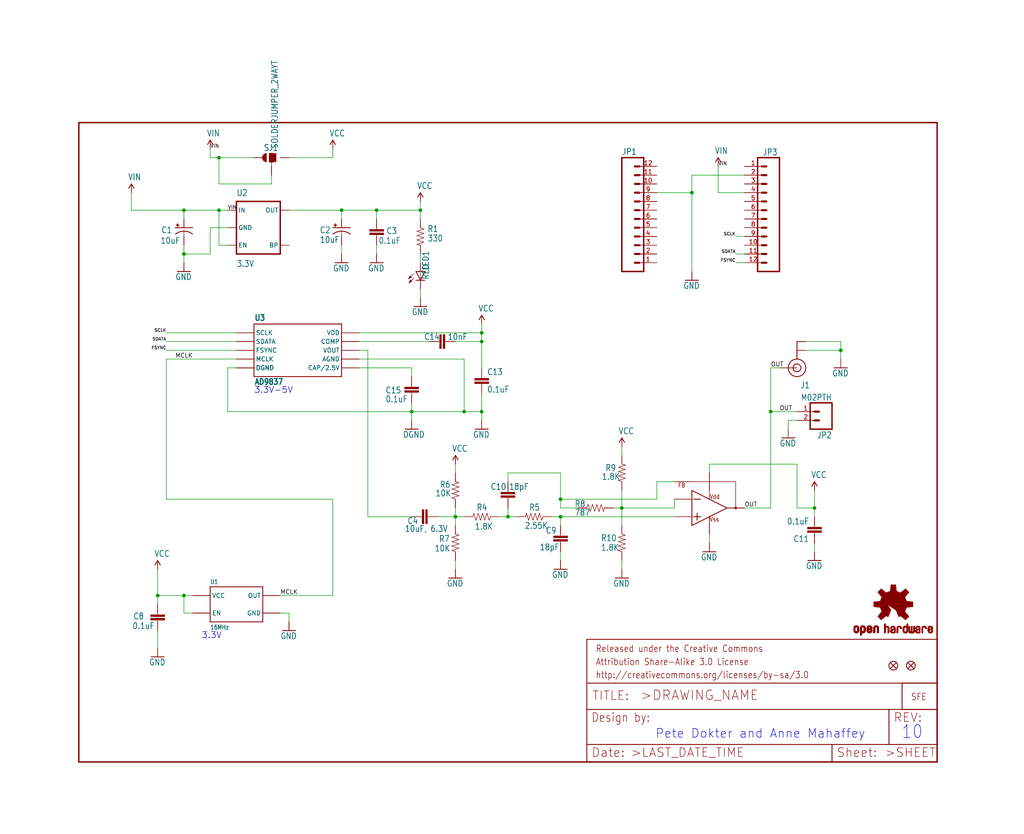
<source format=kicad_sch>
(kicad_sch (version 20211123) (generator eeschema)
  (paper "User" 297.002 241.833)
  (lib_symbols
    (symbol "eagleSchem-eagle-import:0.1UF-25V(+80{slash}-20%)(0603)"
      (property "Reference" "C" (at 1.524 2.921 0))
      (property "Value" "0.1UF-25V(+80{slash}-20%)(0603)" (at 1.524 -2.159 0))
      (symbol "0.1UF-25V(+80{slash}-20%)(0603)_1_0"
        (pin passive line (at 0 5.08 270) (length 2.54) (name "1") (number "1"))
        (pin passive line (at 0 -2.54 90) (length 2.54) (name "2") (number "2"))
      )
    )
    (symbol "eagleSchem-eagle-import:1.8KOHM1{slash}10W1%(0603)"
      (property "Reference" "R" (at -3.81 1.4986 0))
      (property "Value" "1.8KOHM1{slash}10W1%(0603)" (at -3.81 -3.302 0))
      (symbol "1.8KOHM1{slash}10W1%(0603)_1_0"
        (pin passive line (at -5.08 0 0) (length 2.54) (name "1") (number "1"))
        (pin passive line (at 5.08 0 180) (length 2.54) (name "2") (number "2"))
      )
    )
    (symbol "eagleSchem-eagle-import:10KOHM1{slash}10W1%(0603)0603"
      (property "Reference" "R" (at -3.81 1.4986 0))
      (property "Value" "10KOHM1{slash}10W1%(0603)0603" (at -3.81 -3.302 0))
      (symbol "10KOHM1{slash}10W1%(0603)0603_1_0"
        (pin passive line (at -5.08 0 0) (length 2.54) (name "1") (number "1"))
        (pin passive line (at 5.08 0 180) (length 2.54) (name "2") (number "2"))
      )
    )
    (symbol "eagleSchem-eagle-import:10NF{slash}10000PF-50V-10%(0603)"
      (property "Reference" "C" (at 1.524 2.921 0))
      (property "Value" "10NF{slash}10000PF-50V-10%(0603)" (at 1.524 -2.159 0))
      (symbol "10NF{slash}10000PF-50V-10%(0603)_1_0"
        (pin passive line (at 0 5.08 270) (length 2.54) (name "1") (number "1"))
        (pin passive line (at 0 -2.54 90) (length 2.54) (name "2") (number "2"))
      )
    )
    (symbol "eagleSchem-eagle-import:10UF-20V-10%(TANT)"
      (property "Reference" "C" (at 1.016 0.635 0))
      (property "Value" "10UF-20V-10%(TANT)" (at 1.016 -4.191 0))
      (symbol "10UF-20V-10%(TANT)_1_0"
        (pin passive line (at 0 2.54 270) (length 2.54) (name "+") (number "A"))
        (pin passive line (at 0 -5.08 90) (length 2.54) (name "-") (number "C"))
      )
    )
    (symbol "eagleSchem-eagle-import:10UF-6.3V-20%(0603)"
      (property "Reference" "C" (at 1.524 2.921 0))
      (property "Value" "10UF-6.3V-20%(0603)" (at 1.524 -2.159 0))
      (symbol "10UF-6.3V-20%(0603)_1_0"
        (pin passive line (at 0 5.08 270) (length 2.54) (name "1") (number "1"))
        (pin passive line (at 0 -2.54 90) (length 2.54) (name "2") (number "2"))
      )
    )
    (symbol "eagleSchem-eagle-import:18PF-50V-5%(0603)"
      (property "Reference" "C" (at 1.524 2.921 0))
      (property "Value" "18PF-50V-5%(0603)" (at 1.524 -2.159 0))
      (symbol "18PF-50V-5%(0603)_1_0"
        (pin passive line (at 0 5.08 270) (length 2.54) (name "1") (number "1"))
        (pin passive line (at 0 -2.54 90) (length 2.54) (name "2") (number "2"))
      )
    )
    (symbol "eagleSchem-eagle-import:2.55KOHM-1{slash}10W-1%(0603)"
      (property "Reference" "R" (at -3.81 1.4986 0))
      (property "Value" "2.55KOHM-1{slash}10W-1%(0603)" (at -3.81 -3.302 0))
      (symbol "2.55KOHM-1{slash}10W-1%(0603)_1_0"
        (pin passive line (at -5.08 0 0) (length 2.54) (name "1") (number "1"))
        (pin passive line (at 5.08 0 180) (length 2.54) (name "2") (number "2"))
      )
    )
    (symbol "eagleSchem-eagle-import:330OHM1{slash}10W1%(0603)"
      (property "Reference" "R" (at -3.81 1.4986 0))
      (property "Value" "330OHM1{slash}10W1%(0603)" (at -3.81 -3.302 0))
      (symbol "330OHM1{slash}10W1%(0603)_1_0"
        (pin passive line (at -5.08 0 0) (length 2.54) (name "1") (number "1"))
        (pin passive line (at 5.08 0 180) (length 2.54) (name "2") (number "2"))
      )
    )
    (symbol "eagleSchem-eagle-import:787-1%"
      (property "Reference" "R" (at -3.81 1.4986 0))
      (property "Value" "787-1%" (at -3.81 -3.302 0))
      (symbol "787-1%_1_0"
        (pin passive line (at -5.08 0 0) (length 2.54) (name "1") (number "1"))
        (pin passive line (at 5.08 0 180) (length 2.54) (name "2") (number "2"))
      )
    )
    (symbol "eagleSchem-eagle-import:AD9837"
      (property "Value" "AD9837" (at -12.7 -10.16 0))
      (symbol "AD9837_1_0"
        (pin bidirectional line (at -17.78 -5.08 0) (length 5.08) (name "DGND") (number "P$0"))
        (pin bidirectional line (at 17.78 2.54 180) (length 5.08) (name "COMP") (number "P$1"))
        (pin bidirectional line (at 17.78 0 180) (length 5.08) (name "VOUT") (number "P$10"))
        (pin bidirectional line (at 17.78 5.08 180) (length 5.08) (name "VDD") (number "P$2"))
        (pin bidirectional line (at 17.78 -5.08 180) (length 5.08) (name "CAP/2.5V") (number "P$3"))
        (pin bidirectional line (at -17.78 -5.08 0) (length 5.08) (name "DGND") (number "P$4"))
        (pin bidirectional line (at -17.78 -2.54 0) (length 5.08) (name "MCLK") (number "P$5"))
        (pin bidirectional line (at -17.78 2.54 0) (length 5.08) (name "SDATA") (number "P$6"))
        (pin bidirectional line (at -17.78 5.08 0) (length 5.08) (name "SCLK") (number "P$7"))
        (pin bidirectional line (at -17.78 0 0) (length 5.08) (name "FSYNC") (number "P$8"))
        (pin bidirectional line (at 17.78 -2.54 180) (length 5.08) (name "AGND") (number "P$9"))
      )
    )
    (symbol "eagleSchem-eagle-import:ADC8045"
      (symbol "ADC8045_1_0"
        (text "FB" (at -9.144 6.604 0) (effects (font (size 1.27 1.0795)) (justify left)))
        (text "Vdd" (at 0 2.54 0) (effects (font (size 1.27 1.0795)) (justify left bottom)))
        (text "Vss" (at 0 -2.54 0) (effects (font (size 1.27 1.0795)) (justify left top)))
        (pin bidirectional line (at -10.16 7.62 0) (length 5.08) (name "FB") (number "1"))
        (pin bidirectional line (at -10.16 2.54 0) (length 5.08) (name "IN-") (number "2"))
        (pin bidirectional line (at -10.16 -2.54 0) (length 5.08) (name "IN+") (number "3"))
        (pin bidirectional line (at 0 -7.62 90) (length 5.08) (name "VSS") (number "4"))
        (pin bidirectional line (at 10.16 0 180) (length 5.08) (name "OUT") (number "6"))
        (pin bidirectional line (at 0 10.16 270) (length 5.08) (name "VDD") (number "7"))
      )
    )
    (symbol "eagleSchem-eagle-import:DGND" (power)
      (property "Value" "DGND" (at -2.54 -2.54 0))
      (symbol "DGND_1_0"
        (pin power_in line (at 0 2.54 270) (length 2.54) (name "GND") (number "1"))
      )
    )
    (symbol "eagleSchem-eagle-import:FIDUCIAL1X2")
    (symbol "eagleSchem-eagle-import:FRAME-LETTER"
      (symbol "FRAME-LETTER_2_0"
        (text ">DRAWING_NAME" (at 15.494 17.78 0) (effects (font (size 2.7432 2.7432)) (justify left bottom)))
        (text ">LAST_DATE_TIME" (at 12.7 1.27 0) (effects (font (size 2.54 2.54)) (justify left bottom)))
        (text ">SHEET" (at 86.36 1.27 0) (effects (font (size 2.54 2.54)) (justify left bottom)))
        (text "Attribution Share-Alike 3.0 License" (at 2.54 27.94 0) (effects (font (size 1.9304 1.6408)) (justify left bottom)))
        (text "Date:" (at 1.27 1.27 0) (effects (font (size 2.54 2.54)) (justify left bottom)))
        (text "Design by:" (at 1.27 11.43 0) (effects (font (size 2.54 2.159)) (justify left bottom)))
        (text "http://creativecommons.org/licenses/by-sa/3.0" (at 2.54 24.13 0) (effects (font (size 1.9304 1.6408)) (justify left bottom)))
        (text "Released under the Creative Commons" (at 2.54 31.75 0) (effects (font (size 1.9304 1.6408)) (justify left bottom)))
        (text "REV:" (at 88.9 11.43 0) (effects (font (size 2.54 2.54)) (justify left bottom)))
        (text "Sheet:" (at 72.39 1.27 0) (effects (font (size 2.54 2.54)) (justify left bottom)))
        (text "TITLE:" (at 1.524 17.78 0) (effects (font (size 2.54 2.54)) (justify left bottom)))
      )
    )
    (symbol "eagleSchem-eagle-import:GND" (power)
      (property "Value" "GND" (at -2.54 -2.54 0))
      (symbol "GND_1_0"
        (pin power_in line (at 0 2.54 270) (length 2.54) (name "GND") (number "1"))
      )
    )
    (symbol "eagleSchem-eagle-import:LED-RED0603"
      (property "Reference" "D" (at 3.556 -4.572 90))
      (property "Value" "LED-RED0603" (at 5.715 -4.572 90))
      (symbol "LED-RED0603_1_0"
        (pin passive line (at 0 2.54 270) (length 2.54) (name "A") (number "A"))
        (pin passive line (at 0 -5.08 90) (length 2.54) (name "C") (number "C"))
      )
    )
    (symbol "eagleSchem-eagle-import:LOGO-SFENEW"
      (symbol "LOGO-SFENEW_1_0"
        (text "SFE" (at 0 0 0) (effects (font (size 1.9304 1.6408)) (justify left bottom)))
      )
    )
    (symbol "eagleSchem-eagle-import:M02PTH"
      (property "Reference" "JP" (at -2.54 5.842 0))
      (property "Value" "M02PTH" (at -2.54 -5.08 0))
      (symbol "M02PTH_1_0"
        (pin passive line (at 7.62 0 180) (length 5.08) (name "1") (number "1"))
        (pin passive line (at 7.62 2.54 180) (length 5.08) (name "2") (number "2"))
      )
    )
    (symbol "eagleSchem-eagle-import:M12PTH"
      (property "Reference" "JP" (at 0 16.002 0))
      (property "Value" "M12PTH" (at 0 -20.32 0))
      (symbol "M12PTH_1_0"
        (pin passive line (at 10.16 -15.24 180) (length 5.08) (name "1") (number "1"))
        (pin passive line (at 10.16 7.62 180) (length 5.08) (name "10") (number "10"))
        (pin passive line (at 10.16 10.16 180) (length 5.08) (name "11") (number "11"))
        (pin passive line (at 10.16 12.7 180) (length 5.08) (name "12") (number "12"))
        (pin passive line (at 10.16 -12.7 180) (length 5.08) (name "2") (number "2"))
        (pin passive line (at 10.16 -10.16 180) (length 5.08) (name "3") (number "3"))
        (pin passive line (at 10.16 -7.62 180) (length 5.08) (name "4") (number "4"))
        (pin passive line (at 10.16 -5.08 180) (length 5.08) (name "5") (number "5"))
        (pin passive line (at 10.16 -2.54 180) (length 5.08) (name "6") (number "6"))
        (pin passive line (at 10.16 0 180) (length 5.08) (name "7") (number "7"))
        (pin passive line (at 10.16 2.54 180) (length 5.08) (name "8") (number "8"))
        (pin passive line (at 10.16 5.08 180) (length 5.08) (name "9") (number "9"))
      )
    )
    (symbol "eagleSchem-eagle-import:MIC52053.3V"
      (property "Reference" "U" (at -7.62 9.144 0))
      (property "Value" "MIC52053.3V" (at -7.62 -11.43 0))
      (symbol "MIC52053.3V_1_0"
        (pin input line (at -10.16 5.08 0) (length 2.54) (name "IN") (number "1"))
        (pin input line (at -10.16 0 0) (length 2.54) (name "GND") (number "2"))
        (pin input line (at -10.16 -5.08 0) (length 2.54) (name "EN") (number "3"))
        (pin input line (at 7.62 -5.08 180) (length 2.54) (name "BP") (number "4"))
        (pin passive line (at 7.62 5.08 180) (length 2.54) (name "OUT") (number "5"))
      )
    )
    (symbol "eagleSchem-eagle-import:OSCILLATORXTAL-11225"
      (property "Reference" "U" (at -7.62 5.842 0))
      (property "Value" "OSCILLATORXTAL-11225" (at -7.62 -7.366 0))
      (symbol "OSCILLATORXTAL-11225_1_0"
        (pin bidirectional line (at -12.7 -2.54 0) (length 5.08) (name "EN") (number "P$1"))
        (pin bidirectional line (at 12.7 -2.54 180) (length 5.08) (name "GND") (number "P$2"))
        (pin bidirectional line (at 12.7 2.54 180) (length 5.08) (name "OUT") (number "P$3"))
        (pin bidirectional line (at -12.7 2.54 0) (length 5.08) (name "VCC") (number "P$4"))
      )
    )
    (symbol "eagleSchem-eagle-import:OSHW-LOGOS")
    (symbol "eagleSchem-eagle-import:SOLDERJUMPER_2WAYT"
      (property "Reference" "SJ" (at 2.54 0.381 0))
      (property "Value" "SOLDERJUMPER_2WAYT" (at 2.54 -1.905 0))
      (symbol "SOLDERJUMPER_2WAYT_1_0"
        (pin passive line (at 0 5.08 270) (length 2.54) (name "1") (number "1"))
        (pin passive line (at -5.08 0 0) (length 2.54) (name "2") (number "2"))
        (pin passive line (at 0 -5.08 90) (length 2.54) (name "3") (number "3"))
      )
    )
    (symbol "eagleSchem-eagle-import:U.FL"
      (property "Reference" "J" (at -3.81 4.064 0))
      (symbol "U.FL_1_0"
        (pin bidirectional line (at -2.54 -5.08 0) (length 2.54) (name "GND@0") (number "P$1"))
        (pin bidirectional line (at -2.54 -7.62 0) (length 2.54) (name "GND@1") (number "P$2"))
        (pin bidirectional line (at 5.08 0 180) (length 5.08) (name "SIGNAL") (number "P$3"))
      )
    )
    (symbol "eagleSchem-eagle-import:VCC" (power)
      (property "Value" "VCC" (at -1.016 3.556 0))
      (symbol "VCC_1_0"
        (pin power_in line (at 0 0 90) (length 2.54) (name "VCC") (number "1"))
      )
    )
  )
  (junction (at 132.08 149.86))
  (junction (at 139.7 96.52))
  (junction (at 243.84 101.6))
  (junction (at 134.62 119.38))
  (junction (at 63.5 45.72))
  (junction (at 53.34 60.96))
  (junction (at 139.7 99.06))
  (junction (at 180.34 147.32))
  (junction (at 162.56 144.78))
  (junction (at 119.38 119.38))
  (junction (at 63.5 60.96))
  (junction (at 139.7 119.38))
  (junction (at 162.56 149.86))
  (junction (at 200.66 55.88))
  (junction (at 147.32 149.86))
  (junction (at 53.34 73.66))
  (junction (at 99.06 60.96))
  (junction (at 223.52 119.38))
  (junction (at 121.92 60.96))
  (junction (at 45.72 172.72))
  (junction (at 109.22 60.96))
  (junction (at 53.34 172.72))
  (junction (at 236.22 147.32))
  (wire (pts (xy 109.22 60.96) (xy 121.92 60.96)))
  (wire (pts (xy 215.9 50.8) (xy 200.66 50.8)))
  (wire (pts (xy 99.06 60.96) (xy 109.22 60.96)))
  (wire (pts (xy 208.28 55.88) (xy 215.9 55.88)))
  (wire (pts (xy 162.56 144.78) (xy 190.5 144.78)))
  (wire (pts (xy 63.5 60.96) (xy 53.34 60.96)))
  (wire (pts (xy 147.32 137.16) (xy 162.56 137.16)))
  (wire (pts (xy 147.32 139.7) (xy 147.32 137.16)))
  (wire (pts (xy 180.34 147.32) (xy 195.58 147.32)))
  (wire (pts (xy 139.7 99.06) (xy 139.7 96.52)))
  (wire (pts (xy 53.34 73.66) (xy 53.34 76.2)))
  (wire (pts (xy 180.34 165.1) (xy 180.34 162.56)))
  (wire (pts (xy 99.06 71.12) (xy 99.06 73.66)))
  (wire (pts (xy 177.8 147.32) (xy 180.34 147.32)))
  (wire (pts (xy 45.72 182.88) (xy 45.72 187.96)))
  (wire (pts (xy 83.82 180.34) (xy 83.82 177.8)))
  (wire (pts (xy 66.04 119.38) (xy 119.38 119.38)))
  (wire (pts (xy 243.84 99.06) (xy 243.84 101.6)))
  (wire (pts (xy 162.56 137.16) (xy 162.56 144.78)))
  (wire (pts (xy 53.34 177.8) (xy 55.88 177.8)))
  (wire (pts (xy 55.88 172.72) (xy 53.34 172.72)))
  (wire (pts (xy 132.08 134.62) (xy 132.08 137.16)))
  (wire (pts (xy 48.26 144.78) (xy 48.26 104.14)))
  (wire (pts (xy 63.5 53.34) (xy 63.5 45.72)))
  (wire (pts (xy 78.74 50.8) (xy 78.74 53.34)))
  (wire (pts (xy 162.56 152.4) (xy 162.56 149.86)))
  (wire (pts (xy 66.04 106.68) (xy 66.04 119.38)))
  (wire (pts (xy 53.34 60.96) (xy 38.1 60.96)))
  (wire (pts (xy 162.56 149.86) (xy 195.58 149.86)))
  (wire (pts (xy 132.08 99.06) (xy 139.7 99.06)))
  (wire (pts (xy 215.9 147.32) (xy 223.52 147.32)))
  (wire (pts (xy 231.14 119.38) (xy 223.52 119.38)))
  (wire (pts (xy 208.28 48.26) (xy 208.28 55.88)))
  (wire (pts (xy 121.92 58.42) (xy 121.92 60.96)))
  (wire (pts (xy 106.68 149.86) (xy 119.38 149.86)))
  (wire (pts (xy 96.52 172.72) (xy 96.52 144.78)))
  (wire (pts (xy 104.14 96.52) (xy 139.7 96.52)))
  (wire (pts (xy 132.08 147.32) (xy 132.08 149.86)))
  (wire (pts (xy 195.58 147.32) (xy 195.58 144.78)))
  (wire (pts (xy 215.9 73.66) (xy 213.36 73.66)))
  (wire (pts (xy 205.74 157.48) (xy 205.74 154.94)))
  (wire (pts (xy 190.5 144.78) (xy 190.5 139.7)))
  (wire (pts (xy 124.46 99.06) (xy 104.14 99.06)))
  (wire (pts (xy 236.22 157.48) (xy 236.22 160.02)))
  (wire (pts (xy 139.7 114.3) (xy 139.7 119.38)))
  (wire (pts (xy 121.92 83.82) (xy 121.92 86.36)))
  (wire (pts (xy 53.34 172.72) (xy 45.72 172.72)))
  (wire (pts (xy 83.82 45.72) (xy 96.52 45.72)))
  (wire (pts (xy 48.26 101.6) (xy 68.58 101.6)))
  (wire (pts (xy 167.64 147.32) (xy 162.56 147.32)))
  (wire (pts (xy 132.08 149.86) (xy 132.08 152.4)))
  (wire (pts (xy 147.32 147.32) (xy 147.32 149.86)))
  (wire (pts (xy 81.28 172.72) (xy 96.52 172.72)))
  (wire (pts (xy 162.56 147.32) (xy 162.56 144.78)))
  (wire (pts (xy 106.68 101.6) (xy 106.68 149.86)))
  (wire (pts (xy 63.5 71.12) (xy 63.5 60.96)))
  (wire (pts (xy 45.72 172.72) (xy 45.72 165.1)))
  (wire (pts (xy 144.78 149.86) (xy 147.32 149.86)))
  (wire (pts (xy 60.96 73.66) (xy 53.34 73.66)))
  (wire (pts (xy 231.14 147.32) (xy 236.22 147.32)))
  (wire (pts (xy 215.9 68.58) (xy 213.36 68.58)))
  (wire (pts (xy 215.9 76.2) (xy 213.36 76.2)))
  (wire (pts (xy 53.34 63.5) (xy 53.34 60.96)))
  (wire (pts (xy 228.6 124.46) (xy 228.6 121.92)))
  (wire (pts (xy 236.22 142.24) (xy 236.22 147.32)))
  (wire (pts (xy 180.34 142.24) (xy 180.34 147.32)))
  (wire (pts (xy 180.34 129.54) (xy 180.34 132.08)))
  (wire (pts (xy 66.04 66.04) (xy 60.96 66.04)))
  (wire (pts (xy 134.62 119.38) (xy 139.7 119.38)))
  (wire (pts (xy 60.96 66.04) (xy 60.96 73.66)))
  (wire (pts (xy 60.96 43.18) (xy 60.96 45.72)))
  (wire (pts (xy 233.68 101.6) (xy 243.84 101.6)))
  (wire (pts (xy 236.22 147.32) (xy 236.22 149.86)))
  (wire (pts (xy 119.38 119.38) (xy 119.38 121.92)))
  (wire (pts (xy 104.14 106.68) (xy 119.38 106.68)))
  (wire (pts (xy 109.22 63.5) (xy 109.22 60.96)))
  (wire (pts (xy 48.26 99.06) (xy 68.58 99.06)))
  (wire (pts (xy 119.38 116.84) (xy 119.38 119.38)))
  (wire (pts (xy 205.74 134.62) (xy 231.14 134.62)))
  (wire (pts (xy 96.52 45.72) (xy 96.52 43.18)))
  (wire (pts (xy 66.04 71.12) (xy 63.5 71.12)))
  (wire (pts (xy 78.74 53.34) (xy 63.5 53.34)))
  (wire (pts (xy 139.7 106.68) (xy 139.7 99.06)))
  (wire (pts (xy 127 149.86) (xy 132.08 149.86)))
  (wire (pts (xy 162.56 160.02) (xy 162.56 162.56)))
  (wire (pts (xy 190.5 139.7) (xy 195.58 139.7)))
  (wire (pts (xy 73.66 45.72) (xy 63.5 45.72)))
  (wire (pts (xy 223.52 119.38) (xy 223.52 106.68)))
  (wire (pts (xy 205.74 137.16) (xy 205.74 134.62)))
  (wire (pts (xy 139.7 119.38) (xy 139.7 121.92)))
  (wire (pts (xy 63.5 45.72) (xy 60.96 45.72)))
  (wire (pts (xy 134.62 104.14) (xy 134.62 119.38)))
  (wire (pts (xy 53.34 71.12) (xy 53.34 73.66)))
  (wire (pts (xy 68.58 106.68) (xy 66.04 106.68)))
  (wire (pts (xy 226.06 106.68) (xy 223.52 106.68)))
  (wire (pts (xy 228.6 121.92) (xy 231.14 121.92)))
  (wire (pts (xy 139.7 96.52) (xy 139.7 93.98)))
  (wire (pts (xy 132.08 162.56) (xy 132.08 165.1)))
  (wire (pts (xy 104.14 104.14) (xy 134.62 104.14)))
  (wire (pts (xy 68.58 104.14) (xy 48.26 104.14)))
  (wire (pts (xy 66.04 60.96) (xy 63.5 60.96)))
  (wire (pts (xy 38.1 55.88) (xy 38.1 60.96)))
  (wire (pts (xy 96.52 144.78) (xy 48.26 144.78)))
  (wire (pts (xy 190.5 55.88) (xy 200.66 55.88)))
  (wire (pts (xy 147.32 149.86) (xy 149.86 149.86)))
  (wire (pts (xy 109.22 71.12) (xy 109.22 73.66)))
  (wire (pts (xy 134.62 149.86) (xy 132.08 149.86)))
  (wire (pts (xy 119.38 119.38) (xy 134.62 119.38)))
  (wire (pts (xy 200.66 55.88) (xy 200.66 78.74)))
  (wire (pts (xy 83.82 60.96) (xy 99.06 60.96)))
  (wire (pts (xy 160.02 149.86) (xy 162.56 149.86)))
  (wire (pts (xy 180.34 152.4) (xy 180.34 147.32)))
  (wire (pts (xy 99.06 63.5) (xy 99.06 60.96)))
  (wire (pts (xy 231.14 134.62) (xy 231.14 147.32)))
  (wire (pts (xy 119.38 106.68) (xy 119.38 109.22)))
  (wire (pts (xy 83.82 177.8) (xy 81.28 177.8)))
  (wire (pts (xy 243.84 101.6) (xy 243.84 104.14)))
  (wire (pts (xy 45.72 175.26) (xy 45.72 172.72)))
  (wire (pts (xy 121.92 63.5) (xy 121.92 60.96)))
  (wire (pts (xy 48.26 96.52) (xy 68.58 96.52)))
  (wire (pts (xy 200.66 50.8) (xy 200.66 55.88)))
  (wire (pts (xy 121.92 73.66) (xy 121.92 76.2)))
  (wire (pts (xy 223.52 147.32) (xy 223.52 119.38)))
  (wire (pts (xy 53.34 172.72) (xy 53.34 177.8)))
  (wire (pts (xy 233.68 99.06) (xy 243.84 99.06)))
  (wire (pts (xy 104.14 101.6) (xy 106.68 101.6)))
  (text "3.3V-5V" (at 73.66 114.3 180) (effects (font (size 1.778 1.778)) (justify left bottom)))
  (text "Pete Dokter and Anne Mahaffey" (at 189.992 214.376 180) (effects (font (size 2.54 2.54)) (justify left bottom)))
  (text "3.3V" (at 58.42 185.42 180) (effects (font (size 1.778 1.778)) (justify left bottom)))
  (text "10" (at 261.366 214.63 180) (effects (font (size 3.81 3.2385)) (justify left bottom)))
  (label "OUT" (at 226.06 119.38 0) (effects (font (size 1.2446 1.2446))))
  (label "OUT" (at 223.52 106.68 0) (effects (font (size 1.2446 1.2446))))
  (label "SCLK" (at 48.26 96.52 180) (effects (font (size 0.889 0.889))))
  (label "FSYNC" (at 213.36 76.2 180) (effects (font (size 0.889 0.889))))
  (label "SDATA" (at 48.26 99.06 180) (effects (font (size 0.889 0.889))))
  (label "MCLK" (at 50.8 104.14 0) (effects (font (size 1.2446 1.2446))))
  (label "VIN" (at 60.96 43.18 0) (effects (font (size 1.016 1.016))))
  (label "MCLK" (at 81.28 172.72 0) (effects (font (size 1.2446 1.2446))))
  (label "OUT" (at 215.9 147.32 0) (effects (font (size 1.2446 1.2446))))
  (label "SDATA" (at 213.36 73.66 180) (effects (font (size 0.889 0.889))))
  (label "VIN" (at 208.28 48.26 0) (effects (font (size 1.016 1.016))))
  (label "FSYNC" (at 48.26 101.6 180) (effects (font (size 0.889 0.889))))
  (label "VIN" (at 66.04 60.96 0) (effects (font (size 1.016 1.016))))
  (label "SCLK" (at 213.36 68.58 180) (effects (font (size 0.889 0.889))))
  (symbol (lib_id "eagleSchem-eagle-import:2.55KOHM-1{slash}10W-1%(0603)") (at 154.94 149.86 180) (unit 1)
    (property "Reference" "R5" (at 153.416 148.1074 0) (effects (font (size 1.778 1.5113)) (justify right top)))
    (property "Value" "2.55K" (at 152.146 153.416 0) (effects (font (size 1.778 1.5113)) (justify right top)))
    (property "Footprint" "eagleSchem:0603-RES" (effects hide))
  )
  (symbol (lib_id "eagleSchem-eagle-import:GND") (at 205.74 160.02 0) (unit 1)
    (property "Reference" "#GND13" (effects hide))
    (property "Value" "GND" (at 203.2 162.56 0) (effects (font (size 1.778 1.5113)) (justify left bottom)))
    (property "Footprint" "eagleSchem:" (effects hide))
  )
  (symbol (lib_id "eagleSchem-eagle-import:10KOHM1{slash}10W1%(0603)0603") (at 132.08 142.24 90) (unit 1)
    (property "Reference" "R6" (at 127.508 141.5034 90) (effects (font (size 1.778 1.5113)) (justify right top)))
    (property "Value" "10K" (at 126.238 144.018 90) (effects (font (size 1.778 1.5113)) (justify right top)))
    (property "Footprint" "eagleSchem:0603-RES" (effects hide))
  )
  (symbol (lib_id "eagleSchem-eagle-import:1.8KOHM1{slash}10W1%(0603)") (at 180.34 157.48 90) (unit 1)
    (property "Reference" "R10" (at 174.244 156.9974 90) (effects (font (size 1.778 1.5113)) (justify right top)))
    (property "Value" "1.8K" (at 174.244 159.766 90) (effects (font (size 1.778 1.5113)) (justify right top)))
    (property "Footprint" "eagleSchem:0603-RES" (effects hide))
  )
  (symbol (lib_id "eagleSchem-eagle-import:0.1UF-25V(+80{slash}-20%)(0603)") (at 109.22 68.58 0) (unit 1)
    (property "Reference" "C3" (at 112.014 67.945 0) (effects (font (size 1.778 1.5113)) (justify left bottom)))
    (property "Value" "0.1uF" (at 109.728 70.739 0) (effects (font (size 1.778 1.5113)) (justify left bottom)))
    (property "Footprint" "eagleSchem:0603-CAP" (effects hide))
  )
  (symbol (lib_id "eagleSchem-eagle-import:1.8KOHM1{slash}10W1%(0603)") (at 139.7 149.86 180) (unit 1)
    (property "Reference" "R4" (at 138.176 148.1074 0) (effects (font (size 1.778 1.5113)) (justify right top)))
    (property "Value" "1.8K" (at 137.668 153.67 0) (effects (font (size 1.778 1.5113)) (justify right top)))
    (property "Footprint" "eagleSchem:0603-RES" (effects hide))
  )
  (symbol (lib_id "eagleSchem-eagle-import:GND") (at 132.08 167.64 0) (unit 1)
    (property "Reference" "#GND15" (effects hide))
    (property "Value" "GND" (at 129.54 170.18 0) (effects (font (size 1.778 1.5113)) (justify left bottom)))
    (property "Footprint" "eagleSchem:" (effects hide))
  )
  (symbol (lib_id "eagleSchem-eagle-import:FRAME-LETTER") (at 22.86 220.98 0) (unit 1)
    (property "Reference" "FRAME1" (effects hide))
    (property "Value" "FRAME-LETTER" (effects hide))
    (property "Footprint" "eagleSchem:CREATIVE_COMMONS" (effects hide))
  )
  (symbol (lib_id "eagleSchem-eagle-import:OSCILLATORXTAL-11225") (at 68.58 175.26 0) (unit 1)
    (property "Reference" "U1" (at 60.96 169.418 0) (effects (font (size 1.27 1.0795)) (justify left bottom)))
    (property "Value" "16MHz" (at 60.96 182.626 0) (effects (font (size 1.27 1.0795)) (justify left bottom)))
    (property "Footprint" "eagleSchem:CRYSTAL-SMD-7X5" (effects hide))
  )
  (symbol (lib_id "eagleSchem-eagle-import:VCC") (at 38.1 55.88 0) (unit 1)
    (property "Reference" "#P+3" (effects hide))
    (property "Value" "VIN" (at 37.084 52.324 0) (effects (font (size 1.778 1.5113)) (justify left bottom)))
    (property "Footprint" "eagleSchem:" (effects hide))
  )
  (symbol (lib_id "eagleSchem-eagle-import:GND") (at 121.92 88.9 0) (unit 1)
    (property "Reference" "#GND10" (effects hide))
    (property "Value" "GND" (at 119.38 91.44 0) (effects (font (size 1.778 1.5113)) (justify left bottom)))
    (property "Footprint" "eagleSchem:" (effects hide))
  )
  (symbol (lib_id "eagleSchem-eagle-import:VCC") (at 96.52 43.18 0) (unit 1)
    (property "Reference" "#P+5" (effects hide))
    (property "Value" "VCC" (at 95.504 39.624 0) (effects (font (size 1.778 1.5113)) (justify left bottom)))
    (property "Footprint" "eagleSchem:" (effects hide))
  )
  (symbol (lib_id "eagleSchem-eagle-import:LOGO-SFENEW") (at 264.16 203.2 0) (unit 1)
    (property "Reference" "JP4" (effects hide))
    (property "Value" "LOGO-SFENEW" (effects hide))
    (property "Footprint" "eagleSchem:SFE-NEW-WEBLOGO" (effects hide))
  )
  (symbol (lib_id "eagleSchem-eagle-import:LED-RED0603") (at 121.92 78.74 0) (unit 1)
    (property "Reference" "LED1" (at 124.46 78.486 90) (effects (font (size 1.778 1.5113)) (justify left bottom)))
    (property "Value" "RED" (at 124.46 81.153 90) (effects (font (size 1.778 1.5113)) (justify left bottom)))
    (property "Footprint" "eagleSchem:LED-0603" (effects hide))
  )
  (symbol (lib_id "eagleSchem-eagle-import:330OHM1{slash}10W1%(0603)") (at 121.92 68.58 270) (unit 1)
    (property "Reference" "R1" (at 123.952 67.3354 90) (effects (font (size 1.778 1.5113)) (justify left bottom)))
    (property "Value" "330" (at 123.952 70.104 90) (effects (font (size 1.778 1.5113)) (justify left bottom)))
    (property "Footprint" "eagleSchem:0603-RES" (effects hide))
  )
  (symbol (lib_id "eagleSchem-eagle-import:FIDUCIAL1X2") (at 264.16 193.04 0) (unit 1)
    (property "Reference" "FID2" (effects hide))
    (property "Value" "FIDUCIAL1X2" (effects hide))
    (property "Footprint" "eagleSchem:FIDUCIAL-1X2" (effects hide))
  )
  (symbol (lib_id "eagleSchem-eagle-import:VCC") (at 139.7 93.98 0) (unit 1)
    (property "Reference" "#P+8" (effects hide))
    (property "Value" "VCC" (at 138.684 90.424 0) (effects (font (size 1.778 1.5113)) (justify left bottom)))
    (property "Footprint" "eagleSchem:" (effects hide))
  )
  (symbol (lib_id "eagleSchem-eagle-import:10UF-6.3V-20%(0603)") (at 124.46 149.86 90) (unit 1)
    (property "Reference" "C4" (at 118.11 152.019 90) (effects (font (size 1.778 1.5113)) (justify right top)))
    (property "Value" "10uF, 6.3V" (at 117.348 154.305 90) (effects (font (size 1.778 1.5113)) (justify right top)))
    (property "Footprint" "eagleSchem:0603-CAP" (effects hide))
  )
  (symbol (lib_id "eagleSchem-eagle-import:VCC") (at 132.08 134.62 0) (unit 1)
    (property "Reference" "#P+9" (effects hide))
    (property "Value" "VCC" (at 131.064 131.064 0) (effects (font (size 1.778 1.5113)) (justify left bottom)))
    (property "Footprint" "eagleSchem:" (effects hide))
  )
  (symbol (lib_id "eagleSchem-eagle-import:AD9837") (at 86.36 101.6 0) (unit 1)
    (property "Reference" "U3" (at 73.66 93.218 0) (effects (font (size 1.6764 1.4249) bold) (justify left bottom)))
    (property "Value" "AD9837" (at 73.66 111.76 0) (effects (font (size 1.6764 1.4249) bold) (justify left bottom)))
    (property "Footprint" "eagleSchem:AD9837" (effects hide))
  )
  (symbol (lib_id "eagleSchem-eagle-import:10UF-20V-10%(TANT)") (at 99.06 66.04 0) (unit 1)
    (property "Reference" "C2" (at 92.71 67.691 0) (effects (font (size 1.778 1.5113)) (justify left bottom)))
    (property "Value" "10uF" (at 92.71 70.485 0) (effects (font (size 1.778 1.5113)) (justify left bottom)))
    (property "Footprint" "eagleSchem:EIA3528" (effects hide))
  )
  (symbol (lib_id "eagleSchem-eagle-import:VCC") (at 121.92 58.42 0) (unit 1)
    (property "Reference" "#P+1" (effects hide))
    (property "Value" "VCC" (at 120.904 54.864 0) (effects (font (size 1.778 1.5113)) (justify left bottom)))
    (property "Footprint" "eagleSchem:" (effects hide))
  )
  (symbol (lib_id "eagleSchem-eagle-import:GND") (at 99.06 76.2 0) (unit 1)
    (property "Reference" "#GND8" (effects hide))
    (property "Value" "GND" (at 96.52 78.74 0) (effects (font (size 1.778 1.5113)) (justify left bottom)))
    (property "Footprint" "eagleSchem:" (effects hide))
  )
  (symbol (lib_id "eagleSchem-eagle-import:787-1%") (at 172.72 147.32 0) (unit 1)
    (property "Reference" "R8" (at 166.624 147.0914 0) (effects (font (size 1.778 1.5113)) (justify left bottom)))
    (property "Value" "787" (at 166.624 149.606 0) (effects (font (size 1.778 1.5113)) (justify left bottom)))
    (property "Footprint" "eagleSchem:0603-RES" (effects hide))
  )
  (symbol (lib_id "eagleSchem-eagle-import:18PF-50V-5%(0603)") (at 147.32 142.24 180) (unit 1)
    (property "Reference" "C10" (at 142.24 142.113 0) (effects (font (size 1.778 1.5113)) (justify right top)))
    (property "Value" "18pF" (at 147.574 142.113 0) (effects (font (size 1.778 1.5113)) (justify right top)))
    (property "Footprint" "eagleSchem:0603-CAP" (effects hide))
  )
  (symbol (lib_id "eagleSchem-eagle-import:U.FL") (at 231.14 106.68 180) (unit 1)
    (property "Reference" "J1" (at 234.95 110.744 0) (effects (font (size 1.778 1.5113)) (justify left bottom)))
    (property "Value" "U.FL" (effects hide))
    (property "Footprint" "eagleSchem:U.FL" (effects hide))
  )
  (symbol (lib_id "eagleSchem-eagle-import:OSHW-LOGOS") (at 259.08 175.26 0) (unit 1)
    (property "Reference" "U$2" (effects hide))
    (property "Value" "OSHW-LOGOS" (effects hide))
    (property "Footprint" "eagleSchem:OSHW-LOGO-S" (effects hide))
  )
  (symbol (lib_id "eagleSchem-eagle-import:M12PTH") (at 226.06 63.5 180) (unit 1)
    (property "Reference" "JP3" (at 225.552 43.18 0) (effects (font (size 1.778 1.5113)) (justify left bottom)))
    (property "Value" "M12PTH" (effects hide))
    (property "Footprint" "eagleSchem:1X12" (effects hide))
  )
  (symbol (lib_id "eagleSchem-eagle-import:GND") (at 243.84 106.68 0) (unit 1)
    (property "Reference" "#GND12" (effects hide))
    (property "Value" "GND" (at 241.3 109.22 0) (effects (font (size 1.778 1.5113)) (justify left bottom)))
    (property "Footprint" "eagleSchem:" (effects hide))
  )
  (symbol (lib_id "eagleSchem-eagle-import:0.1UF-25V(+80{slash}-20%)(0603)") (at 236.22 152.4 180) (unit 1)
    (property "Reference" "C11" (at 234.696 155.321 0) (effects (font (size 1.778 1.5113)) (justify left bottom)))
    (property "Value" "0.1uF" (at 234.696 150.241 0) (effects (font (size 1.778 1.5113)) (justify left bottom)))
    (property "Footprint" "eagleSchem:0603-CAP" (effects hide))
  )
  (symbol (lib_id "eagleSchem-eagle-import:SOLDERJUMPER_2WAYT") (at 78.74 45.72 90) (unit 1)
    (property "Reference" "SJ1" (at 76.454 43.815 90) (effects (font (size 1.778 1.5113)) (justify right top)))
    (property "Value" "SOLDERJUMPER_2WAYT" (at 80.645 43.18 0) (effects (font (size 1.778 1.5113)) (justify left bottom)))
    (property "Footprint" "eagleSchem:SJ_2" (effects hide))
  )
  (symbol (lib_id "eagleSchem-eagle-import:VCC") (at 60.96 43.18 0) (unit 1)
    (property "Reference" "#P+4" (effects hide))
    (property "Value" "VIN" (at 59.944 39.624 0) (effects (font (size 1.778 1.5113)) (justify left bottom)))
    (property "Footprint" "eagleSchem:" (effects hide))
  )
  (symbol (lib_id "eagleSchem-eagle-import:GND") (at 83.82 182.88 0) (unit 1)
    (property "Reference" "#GND2" (effects hide))
    (property "Value" "GND" (at 81.28 185.42 0) (effects (font (size 1.778 1.5113)) (justify left bottom)))
    (property "Footprint" "eagleSchem:" (effects hide))
  )
  (symbol (lib_id "eagleSchem-eagle-import:DGND") (at 119.38 124.46 0) (unit 1)
    (property "Reference" "#GND1" (effects hide))
    (property "Value" "DGND" (at 116.84 127 0) (effects (font (size 1.778 1.5113)) (justify left bottom)))
    (property "Footprint" "eagleSchem:" (effects hide))
  )
  (symbol (lib_id "eagleSchem-eagle-import:0.1UF-25V(+80{slash}-20%)(0603)") (at 139.7 111.76 0) (unit 1)
    (property "Reference" "C13" (at 141.224 108.839 0) (effects (font (size 1.778 1.5113)) (justify left bottom)))
    (property "Value" "0.1uF" (at 141.224 113.919 0) (effects (font (size 1.778 1.5113)) (justify left bottom)))
    (property "Footprint" "eagleSchem:0603-CAP" (effects hide))
  )
  (symbol (lib_id "eagleSchem-eagle-import:VCC") (at 45.72 165.1 0) (unit 1)
    (property "Reference" "#P+2" (effects hide))
    (property "Value" "VCC" (at 44.704 161.544 0) (effects (font (size 1.778 1.5113)) (justify left bottom)))
    (property "Footprint" "eagleSchem:" (effects hide))
  )
  (symbol (lib_id "eagleSchem-eagle-import:GND") (at 162.56 165.1 0) (unit 1)
    (property "Reference" "#GND17" (effects hide))
    (property "Value" "GND" (at 160.02 167.64 0) (effects (font (size 1.778 1.5113)) (justify left bottom)))
    (property "Footprint" "eagleSchem:" (effects hide))
  )
  (symbol (lib_id "eagleSchem-eagle-import:ADC8045") (at 205.74 147.32 0) (unit 1)
    (property "Reference" "U4" (effects hide))
    (property "Value" "ADC8045" (effects hide))
    (property "Footprint" "eagleSchem:SO08" (effects hide))
  )
  (symbol (lib_id "eagleSchem-eagle-import:GND") (at 139.7 124.46 0) (unit 1)
    (property "Reference" "#GND11" (effects hide))
    (property "Value" "GND" (at 137.16 127 0) (effects (font (size 1.778 1.5113)) (justify left bottom)))
    (property "Footprint" "eagleSchem:" (effects hide))
  )
  (symbol (lib_id "eagleSchem-eagle-import:GND") (at 53.34 78.74 0) (unit 1)
    (property "Reference" "#GND7" (effects hide))
    (property "Value" "GND" (at 50.8 81.28 0) (effects (font (size 1.778 1.5113)) (justify left bottom)))
    (property "Footprint" "eagleSchem:" (effects hide))
  )
  (symbol (lib_id "eagleSchem-eagle-import:GND") (at 200.66 81.28 0) (unit 1)
    (property "Reference" "#GND3" (effects hide))
    (property "Value" "GND" (at 198.12 83.82 0) (effects (font (size 1.778 1.5113)) (justify left bottom)))
    (property "Footprint" "eagleSchem:" (effects hide))
  )
  (symbol (lib_id "eagleSchem-eagle-import:10UF-20V-10%(TANT)") (at 53.34 66.04 0) (unit 1)
    (property "Reference" "C1" (at 46.736 67.691 0) (effects (font (size 1.778 1.5113)) (justify left bottom)))
    (property "Value" "10uF" (at 46.482 70.739 0) (effects (font (size 1.778 1.5113)) (justify left bottom)))
    (property "Footprint" "eagleSchem:EIA3528" (effects hide))
  )
  (symbol (lib_id "eagleSchem-eagle-import:M02PTH") (at 238.76 119.38 180) (unit 1)
    (property "Reference" "JP2" (at 241.3 125.222 0) (effects (font (size 1.778 1.5113)) (justify left bottom)))
    (property "Value" "M02PTH" (at 241.3 114.3 0) (effects (font (size 1.778 1.5113)) (justify left bottom)))
    (property "Footprint" "eagleSchem:1X02" (effects hide))
  )
  (symbol (lib_id "eagleSchem-eagle-import:10NF{slash}10000PF-50V-10%(0603)") (at 129.54 99.06 90) (unit 1)
    (property "Reference" "C14" (at 122.936 98.679 90) (effects (font (size 1.778 1.5113)) (justify right top)))
    (property "Value" "10nF" (at 129.794 98.679 90) (effects (font (size 1.778 1.5113)) (justify right top)))
    (property "Footprint" "eagleSchem:0603-CAP" (effects hide))
  )
  (symbol (lib_id "eagleSchem-eagle-import:GND") (at 228.6 127 0) (unit 1)
    (property "Reference" "#GND19" (effects hide))
    (property "Value" "GND" (at 226.06 129.54 0) (effects (font (size 1.778 1.5113)) (justify left bottom)))
    (property "Footprint" "eagleSchem:" (effects hide))
  )
  (symbol (lib_id "eagleSchem-eagle-import:VCC") (at 208.28 48.26 0) (unit 1)
    (property "Reference" "#P+6" (effects hide))
    (property "Value" "VIN" (at 207.264 44.704 0) (effects (font (size 1.778 1.5113)) (justify left bottom)))
    (property "Footprint" "eagleSchem:" (effects hide))
  )
  (symbol (lib_id "eagleSchem-eagle-import:GND") (at 109.22 76.2 0) (unit 1)
    (property "Reference" "#GND9" (effects hide))
    (property "Value" "GND" (at 106.68 78.74 0) (effects (font (size 1.778 1.5113)) (justify left bottom)))
    (property "Footprint" "eagleSchem:" (effects hide))
  )
  (symbol (lib_id "eagleSchem-eagle-import:GND") (at 180.34 167.64 0) (unit 1)
    (property "Reference" "#GND18" (effects hide))
    (property "Value" "GND" (at 177.8 170.18 0) (effects (font (size 1.778 1.5113)) (justify left bottom)))
    (property "Footprint" "eagleSchem:" (effects hide))
  )
  (symbol (lib_id "eagleSchem-eagle-import:18PF-50V-5%(0603)") (at 162.56 154.94 180) (unit 1)
    (property "Reference" "C9" (at 158.242 154.813 0) (effects (font (size 1.778 1.5113)) (justify right top)))
    (property "Value" "18pF" (at 156.464 159.639 0) (effects (font (size 1.778 1.5113)) (justify right top)))
    (property "Footprint" "eagleSchem:0603-CAP" (effects hide))
  )
  (symbol (lib_id "eagleSchem-eagle-import:MIC52053.3V") (at 76.2 66.04 0) (unit 1)
    (property "Reference" "U2" (at 68.58 56.896 0) (effects (font (size 1.778 1.5113)) (justify left bottom)))
    (property "Value" "3.3V" (at 68.58 77.47 0) (effects (font (size 1.778 1.5113)) (justify left bottom)))
    (property "Footprint" "eagleSchem:SOT23-5" (effects hide))
  )
  (symbol (lib_id "eagleSchem-eagle-import:FRAME-LETTER") (at 170.18 220.98 0) (unit 2)
    (property "Reference" "FRAME1" (effects hide))
    (property "Value" "FRAME-LETTER" (effects hide))
    (property "Footprint" "eagleSchem:CREATIVE_COMMONS" (effects hide))
  )
  (symbol (lib_id "eagleSchem-eagle-import:0.1UF-25V(+80{slash}-20%)(0603)") (at 119.38 114.3 0) (unit 1)
    (property "Reference" "C15" (at 111.76 114.173 0) (effects (font (size 1.778 1.5113)) (justify left bottom)))
    (property "Value" "0.1uF" (at 111.76 116.713 0) (effects (font (size 1.778 1.5113)) (justify left bottom)))
    (property "Footprint" "eagleSchem:0603-CAP" (effects hide))
  )
  (symbol (lib_id "eagleSchem-eagle-import:GND") (at 45.72 190.5 0) (unit 1)
    (property "Reference" "#GND16" (effects hide))
    (property "Value" "GND" (at 43.18 193.04 0) (effects (font (size 1.778 1.5113)) (justify left bottom)))
    (property "Footprint" "eagleSchem:" (effects hide))
  )
  (symbol (lib_id "eagleSchem-eagle-import:VCC") (at 236.22 142.24 0) (unit 1)
    (property "Reference" "#P+7" (effects hide))
    (property "Value" "VCC" (at 235.204 138.684 0) (effects (font (size 1.778 1.5113)) (justify left bottom)))
    (property "Footprint" "eagleSchem:" (effects hide))
  )
  (symbol (lib_id "eagleSchem-eagle-import:GND") (at 236.22 162.56 0) (unit 1)
    (property "Reference" "#GND14" (effects hide))
    (property "Value" "GND" (at 233.68 165.1 0) (effects (font (size 1.778 1.5113)) (justify left bottom)))
    (property "Footprint" "eagleSchem:" (effects hide))
  )
  (symbol (lib_id "eagleSchem-eagle-import:VCC") (at 180.34 129.54 0) (unit 1)
    (property "Reference" "#P+10" (effects hide))
    (property "Value" "VCC" (at 179.324 125.984 0) (effects (font (size 1.778 1.5113)) (justify left bottom)))
    (property "Footprint" "eagleSchem:" (effects hide))
  )
  (symbol (lib_id "eagleSchem-eagle-import:M12PTH") (at 180.34 60.96 0) (unit 1)
    (property "Reference" "JP1" (at 180.34 44.958 0) (effects (font (size 1.778 1.5113)) (justify left bottom)))
    (property "Value" "M12PTH" (effects hide))
    (property "Footprint" "eagleSchem:1X12" (effects hide))
  )
  (symbol (lib_id "eagleSchem-eagle-import:FIDUCIAL1X2") (at 259.08 193.04 0) (unit 1)
    (property "Reference" "FID1" (effects hide))
    (property "Value" "FIDUCIAL1X2" (effects hide))
    (property "Footprint" "eagleSchem:FIDUCIAL-1X2" (effects hide))
  )
  (symbol (lib_id "eagleSchem-eagle-import:10KOHM1{slash}10W1%(0603)0603") (at 132.08 157.48 90) (unit 1)
    (property "Reference" "R7" (at 127.254 157.2514 90) (effects (font (size 1.778 1.5113)) (justify right top)))
    (property "Value" "10K" (at 125.984 160.02 90) (effects (font (size 1.778 1.5113)) (justify right top)))
    (property "Footprint" "eagleSchem:0603-RES" (effects hide))
  )
  (symbol (lib_id "eagleSchem-eagle-import:0.1UF-25V(+80{slash}-20%)(0603)") (at 45.72 180.34 0) (unit 1)
    (property "Reference" "C8" (at 38.608 179.705 0) (effects (font (size 1.778 1.5113)) (justify left bottom)))
    (property "Value" "0.1uF" (at 38.354 182.499 0) (effects (font (size 1.778 1.5113)) (justify left bottom)))
    (property "Footprint" "eagleSchem:0603-CAP" (effects hide))
  )
  (symbol (lib_id "eagleSchem-eagle-import:1.8KOHM1{slash}10W1%(0603)") (at 180.34 137.16 90) (unit 1)
    (property "Reference" "R9" (at 175.514 136.6774 90) (effects (font (size 1.778 1.5113)) (justify right top)))
    (property "Value" "1.8K" (at 174.498 139.192 90) (effects (font (size 1.778 1.5113)) (justify right top)))
    (property "Footprint" "eagleSchem:0603-RES" (effects hide))
  )
)
</source>
